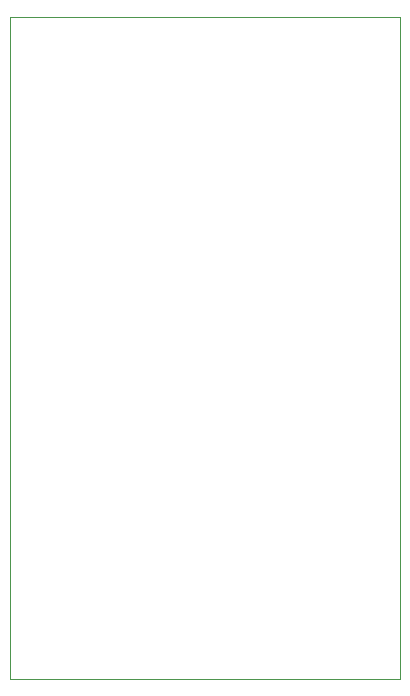
<source format=gbr>
G04 (created by PCBNEW (2013-mar-13)-testing) date Fri 28 Feb 2014 04:48:04 PM CET*
%MOIN*%
G04 Gerber Fmt 3.4, Leading zero omitted, Abs format*
%FSLAX34Y34*%
G01*
G70*
G90*
G04 APERTURE LIST*
%ADD10C,0.005906*%
%ADD11C,0.003937*%
G04 APERTURE END LIST*
G54D10*
G54D11*
X39370Y-14763D02*
X39370Y-36811D01*
X52362Y-14763D02*
X39370Y-14763D01*
X52362Y-36811D02*
X52362Y-14763D01*
X39370Y-36811D02*
X52362Y-36811D01*
M02*

</source>
